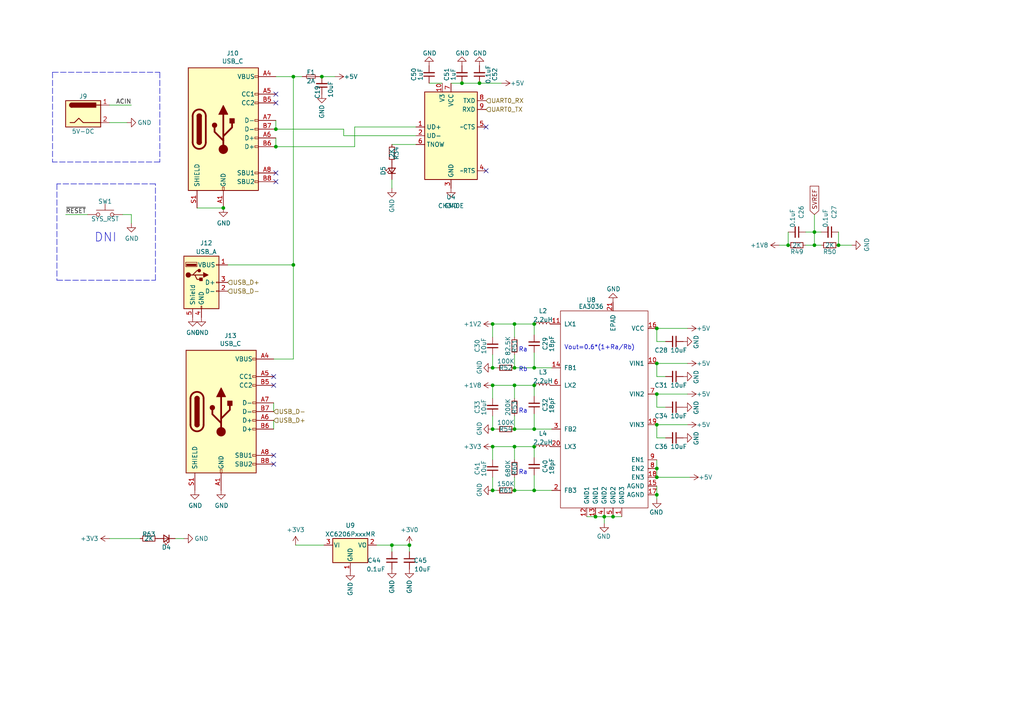
<source format=kicad_sch>
(kicad_sch (version 20210606) (generator eeschema)
  (paper "A4")
  (lib_symbols
    (symbol "Connector:Jack-DC" (pin_names (offset 1.016))
      (property "Reference" "J" (at 0 5.334 0))
      (property "Value" "Jack-DC" (at 0 -5.08 0))
      (symbol "Jack-DC_0_1"
        (arc (start -3.302 3.175) (end -3.302 1.905) (radius (at -3.302 2.54) (length 0.635) (angles 90.1 -90.1)) (stroke (width 0.254)))
        (arc (start -3.302 3.175) (end -3.302 1.905) (radius (at -3.302 2.54) (length 0.635) (angles 90.1 -90.1)) (stroke (width 0.254)) (fill (type outline)))
        (rectangle (start 3.683 3.175) (end -3.302 1.905) (stroke (width 0.254)) (fill (type outline)))
        (rectangle (start -5.08 3.81) (end 5.08 -3.81) (stroke (width 0.254)) (fill (type background)))
        (polyline (pts (xy 5.08 2.54) (xy 3.81 2.54)) (stroke (width 0.254)))
        (polyline (pts (xy -3.81 -2.54) (xy -2.54 -2.54) (xy -1.27 -1.27) (xy 0 -2.54) (xy 2.54 -2.54) (xy 5.08 -2.54)) (stroke (width 0.254)))
      )
      (symbol "Jack-DC_1_1"
        (pin passive line (at 7.62 2.54 180) (length 2.54) (name "~") (number "1"))
        (pin passive line (at 7.62 -2.54 180) (length 2.54) (name "~") (number "2"))
      )
    )
    (symbol "Connector:USB_A" (pin_names (offset 1.016))
      (property "Reference" "J" (at -5.08 11.43 0))
      (property "Value" "USB_A" (at -5.08 8.89 0))
      (symbol "USB_A_0_1"
        (circle (center -3.81 2.159) (radius 0.635) (stroke (width 0.254)) (fill (type outline)))
        (circle (center -0.635 3.429) (radius 0.381) (stroke (width 0.254)) (fill (type outline)))
        (rectangle (start -1.27 4.572) (end -4.572 5.842))
        (rectangle (start -0.127 -7.62) (end 0.127 -6.858))
        (rectangle (start 5.08 -2.667) (end 4.318 -2.413))
        (rectangle (start 5.08 -0.127) (end 4.318 0.127))
        (rectangle (start 5.08 4.953) (end 4.318 5.207))
        (rectangle (start -1.524 4.826) (end -4.318 5.334) (fill (type outline)))
        (rectangle (start 0.254 1.27) (end -0.508 0.508) (stroke (width 0.254)) (fill (type outline)))
        (rectangle (start -5.08 -7.62) (end 5.08 7.62) (stroke (width 0.254)) (fill (type background)))
        (polyline (pts (xy -3.175 2.159) (xy -2.54 2.159) (xy -1.27 3.429) (xy -0.635 3.429)) (stroke (width 0.254)))
        (polyline (pts (xy -2.54 2.159) (xy -1.905 2.159) (xy -1.27 0.889) (xy 0 0.889)) (stroke (width 0.254)))
        (polyline (pts (xy 0.635 2.794) (xy 0.635 1.524) (xy 1.905 2.159) (xy 0.635 2.794)) (stroke (width 0.254)) (fill (type outline)))
      )
      (symbol "USB_A_1_1"
        (polyline (pts (xy -1.905 2.159) (xy 0.635 2.159)) (stroke (width 0.254)))
        (pin power_in line (at 7.62 5.08 180) (length 2.54) (name "VBUS") (number "1"))
        (pin bidirectional line (at 7.62 -2.54 180) (length 2.54) (name "D-") (number "2"))
        (pin bidirectional line (at 7.62 0 180) (length 2.54) (name "D+") (number "3"))
        (pin power_in line (at 0 -10.16 90) (length 2.54) (name "GND") (number "4"))
        (pin passive line (at -2.54 -10.16 90) (length 2.54) (name "Shield") (number "5"))
      )
    )
    (symbol "Device:C_Small" (pin_numbers hide) (pin_names (offset 0.254) hide)
      (property "Reference" "C" (at 0.254 1.778 0))
      (property "Value" "C_Small" (at 0.254 -2.032 0))
      (symbol "C_Small_0_1"
        (polyline (pts (xy -1.524 -0.508) (xy 1.524 -0.508)) (stroke (width 0.3302)))
        (polyline (pts (xy -1.524 0.508) (xy 1.524 0.508)) (stroke (width 0.3048)))
      )
      (symbol "C_Small_1_1"
        (pin passive line (at 0 2.54 270) (length 2.032) (name "~") (number "1"))
        (pin passive line (at 0 -2.54 90) (length 2.032) (name "~") (number "2"))
      )
    )
    (symbol "Device:Fuse_Small" (pin_numbers hide) (pin_names (offset 0.254) hide)
      (property "Reference" "F" (at 0 -1.524 0))
      (property "Value" "Fuse_Small" (at 0 1.524 0))
      (symbol "Fuse_Small_0_1"
        (rectangle (start -1.27 0.508) (end 1.27 -0.508))
        (polyline (pts (xy -1.27 0) (xy 1.27 0)))
      )
      (symbol "Fuse_Small_1_1"
        (pin passive line (at -2.54 0 0) (length 1.27) (name "~") (number "1"))
        (pin passive line (at 2.54 0 180) (length 1.27) (name "~") (number "2"))
      )
    )
    (symbol "Device:LED_Small" (pin_numbers hide) (pin_names (offset 0.254) hide)
      (property "Reference" "D" (at -1.27 3.175 0))
      (property "Value" "LED_Small" (at -4.445 -2.54 0))
      (symbol "LED_Small_0_1"
        (polyline (pts (xy -0.762 -1.016) (xy -0.762 1.016)) (stroke (width 0.254)))
        (polyline (pts (xy 1.016 0) (xy -0.762 0)))
        (polyline (pts (xy 0.762 -1.016) (xy -0.762 0) (xy 0.762 1.016) (xy 0.762 -1.016)) (stroke (width 0.254)))
        (polyline (pts (xy 0 0.762) (xy -0.508 1.27) (xy -0.254 1.27) (xy -0.508 1.27) (xy -0.508 1.016)))
        (polyline (pts (xy 0.508 1.27) (xy 0 1.778) (xy 0.254 1.778) (xy 0 1.778) (xy 0 1.524)))
      )
      (symbol "LED_Small_1_1"
        (pin passive line (at -2.54 0 0) (length 1.778) (name "K") (number "1"))
        (pin passive line (at 2.54 0 180) (length 1.778) (name "A") (number "2"))
      )
    )
    (symbol "Device:L_Small" (pin_numbers hide) (pin_names (offset 0.254) hide)
      (property "Reference" "L" (at 0.762 1.016 0))
      (property "Value" "L_Small" (at 0.762 -1.016 0))
      (symbol "L_Small_0_1"
        (arc (start 0 -2.032) (end 0 -1.016) (radius (at 0 -1.524) (length 0.508) (angles -89.9 89.9)))
        (arc (start 0 -1.016) (end 0 0) (radius (at 0 -0.508) (length 0.508) (angles -89.9 89.9)))
        (arc (start 0 0) (end 0 1.016) (radius (at 0 0.508) (length 0.508) (angles -89.9 89.9)))
        (arc (start 0 1.016) (end 0 2.032) (radius (at 0 1.524) (length 0.508) (angles -89.9 89.9)))
      )
      (symbol "L_Small_1_1"
        (pin passive line (at 0 2.54 270) (length 0.508) (name "~") (number "1"))
        (pin passive line (at 0 -2.54 90) (length 0.508) (name "~") (number "2"))
      )
    )
    (symbol "Device:R_Small" (pin_numbers hide) (pin_names (offset 0.254) hide)
      (property "Reference" "R" (at 0.762 0.508 0))
      (property "Value" "R_Small" (at 0.762 -1.016 0))
      (symbol "R_Small_0_1"
        (rectangle (start -0.762 1.778) (end 0.762 -1.778) (stroke (width 0.2032)))
      )
      (symbol "R_Small_1_1"
        (pin passive line (at 0 2.54 270) (length 0.762) (name "~") (number "1"))
        (pin passive line (at 0 -2.54 90) (length 0.762) (name "~") (number "2"))
      )
    )
    (symbol "Interface_USB:CH340E"
      (property "Reference" "U" (at -5.08 13.97 0))
      (property "Value" "CH340E" (at 1.27 13.97 0))
      (symbol "CH340E_0_1"
        (rectangle (start -7.62 12.7) (end 7.62 -12.7) (stroke (width 0.254)) (fill (type background)))
      )
      (symbol "CH340E_1_1"
        (pin bidirectional line (at -10.16 2.54 0) (length 2.54) (name "UD+") (number "1"))
        (pin passive line (at -2.54 15.24 270) (length 2.54) (name "V3") (number "10"))
        (pin bidirectional line (at -10.16 0 0) (length 2.54) (name "UD-") (number "2"))
        (pin power_in line (at 0 -15.24 90) (length 2.54) (name "GND") (number "3"))
        (pin output line (at 10.16 -10.16 180) (length 2.54) (name "~RTS") (number "4"))
        (pin input line (at 10.16 2.54 180) (length 2.54) (name "~CTS") (number "5"))
        (pin output line (at -10.16 -2.54 0) (length 2.54) (name "TNOW") (number "6"))
        (pin power_in line (at 0 15.24 270) (length 2.54) (name "VCC") (number "7"))
        (pin output line (at 10.16 10.16 180) (length 2.54) (name "TXD") (number "8"))
        (pin input line (at 10.16 7.62 180) (length 2.54) (name "RXD") (number "9"))
      )
    )
    (symbol "Regulator_Linear:XC6206PxxxMR" (pin_names (offset 0.254))
      (property "Reference" "U" (at -3.81 3.175 0))
      (property "Value" "XC6206PxxxMR" (at 0 3.175 0))
      (symbol "XC6206PxxxMR_0_1"
        (rectangle (start -5.08 1.905) (end 5.08 -5.08) (stroke (width 0.254)) (fill (type background)))
      )
      (symbol "XC6206PxxxMR_1_1"
        (pin power_in line (at 0 -7.62 90) (length 2.54) (name "GND") (number "1"))
        (pin power_out line (at 7.62 0 180) (length 2.54) (name "VO") (number "2"))
        (pin power_in line (at -7.62 0 0) (length 2.54) (name "VI") (number "3"))
      )
    )
    (symbol "Switch:SW_Push" (pin_numbers hide) (pin_names (offset 1.016) hide)
      (property "Reference" "SW" (at 1.27 2.54 0))
      (property "Value" "SW_Push" (at 0 -1.524 0))
      (symbol "SW_Push_0_1"
        (circle (center -2.032 0) (radius 0.508))
        (circle (center 2.032 0) (radius 0.508))
        (polyline (pts (xy 0 1.27) (xy 0 3.048)))
        (polyline (pts (xy 2.54 1.27) (xy -2.54 1.27)))
        (pin passive line (at -5.08 0 0) (length 2.54) (name "1") (number "1"))
        (pin passive line (at 5.08 0 180) (length 2.54) (name "2") (number "2"))
      )
    )
    (symbol "allwinner-v3s:EA3036" (pin_names (offset 1.016))
      (property "Reference" "U" (at 15.24 -20.32 0))
      (property "Value" "EA3036" (at 0 11.43 0))
      (symbol "EA3036_0_1"
        (rectangle (start -12.7 38.1) (end 12.7 -19.05))
      )
      (symbol "EA3036_1_1"
        (pin input line (at 5.08 -21.59 90) (length 2.54) (name "GND3") (number "1"))
        (pin input line (at 15.24 22.86 180) (length 2.54) (name "VIN1") (number "10"))
        (pin input line (at -15.24 34.29 0) (length 2.54) (name "LX1") (number "11"))
        (pin input line (at -5.08 -21.59 90) (length 2.54) (name "GND1") (number "12"))
        (pin input line (at -2.54 -21.59 90) (length 2.54) (name "GND1") (number "13"))
        (pin input line (at -15.24 21.59 0) (length 2.54) (name "FB1") (number "14"))
        (pin input line (at 15.24 -12.7 180) (length 2.54) (name "AGND") (number "15"))
        (pin input line (at 15.24 33.02 180) (length 2.54) (name "VCC") (number "16"))
        (pin input line (at 15.24 -15.24 180) (length 2.54) (name "AGND") (number "17"))
        (pin input line (at 15.24 -10.16 180) (length 2.54) (name "EN3") (number "18"))
        (pin input line (at 15.24 5.08 180) (length 2.54) (name "VIN3") (number "19"))
        (pin input line (at -15.24 -13.97 0) (length 2.54) (name "FB3") (number "2"))
        (pin input line (at -15.24 -1.27 0) (length 2.54) (name "LX3") (number "20"))
        (pin input line (at 2.54 40.64 270) (length 2.54) (name "EPAD") (number "21"))
        (pin input line (at -15.24 3.81 0) (length 2.54) (name "FB2") (number "3"))
        (pin input line (at 0 -21.59 90) (length 2.54) (name "GND2") (number "4"))
        (pin input line (at 2.54 -21.59 90) (length 2.54) (name "GND2") (number "5"))
        (pin input line (at -15.24 16.51 0) (length 2.54) (name "LX2") (number "6"))
        (pin input line (at 15.24 13.97 180) (length 2.54) (name "VIN2") (number "7"))
        (pin input line (at 15.24 -7.62 180) (length 2.54) (name "EN2") (number "8"))
        (pin input line (at 15.24 -5.08 180) (length 2.54) (name "EN1") (number "9"))
      )
    )
    (symbol "power:+1V2" (power) (pin_names (offset 0))
      (property "Value" "+1V2" (at 0 3.556 0))
      (symbol "+1V2_0_1"
        (polyline (pts (xy -0.762 1.27) (xy 0 2.54)))
        (polyline (pts (xy 0 0) (xy 0 2.54)))
        (polyline (pts (xy 0 2.54) (xy 0.762 1.27)))
      )
      (symbol "+1V2_1_1"
        (pin power_in line (at 0 0 90) (length 0) hide (name "+1V2") (number "1"))
      )
    )
    (symbol "power:+1V8" (power) (pin_names (offset 0))
      (property "Value" "+1V8" (at 0 3.556 0))
      (symbol "+1V8_0_1"
        (polyline (pts (xy -0.762 1.27) (xy 0 2.54)))
        (polyline (pts (xy 0 0) (xy 0 2.54)))
        (polyline (pts (xy 0 2.54) (xy 0.762 1.27)))
      )
      (symbol "+1V8_1_1"
        (pin power_in line (at 0 0 90) (length 0) hide (name "+1V8") (number "1"))
      )
    )
    (symbol "power:+3V0" (power) (pin_names (offset 0))
      (property "Value" "+3V0" (at 0 3.556 0))
      (symbol "+3V0_0_1"
        (polyline (pts (xy -0.762 1.27) (xy 0 2.54)))
        (polyline (pts (xy 0 0) (xy 0 2.54)))
        (polyline (pts (xy 0 2.54) (xy 0.762 1.27)))
      )
      (symbol "+3V0_1_1"
        (pin power_in line (at 0 0 90) (length 0) hide (name "+3V0") (number "1"))
      )
    )
    (symbol "power:+3V3" (power) (pin_names (offset 0))
      (property "Value" "+3V3" (at 0 3.556 0))
      (symbol "+3V3_0_1"
        (polyline (pts (xy -0.762 1.27) (xy 0 2.54)))
        (polyline (pts (xy 0 0) (xy 0 2.54)))
        (polyline (pts (xy 0 2.54) (xy 0.762 1.27)))
      )
      (symbol "+3V3_1_1"
        (pin power_in line (at 0 0 90) (length 0) hide (name "+3V3") (number "1"))
      )
    )
    (symbol "power:+5V" (power) (pin_names (offset 0))
      (property "Value" "+5V" (at 0 3.556 0))
      (symbol "+5V_0_1"
        (polyline (pts (xy -0.762 1.27) (xy 0 2.54)))
        (polyline (pts (xy 0 0) (xy 0 2.54)))
        (polyline (pts (xy 0 2.54) (xy 0.762 1.27)))
      )
      (symbol "+5V_1_1"
        (pin power_in line (at 0 0 90) (length 0) hide (name "+5V") (number "1"))
      )
    )
    (symbol "power:GND" (power) (pin_names (offset 0))
      (property "Value" "GND" (at 0 -3.81 0))
      (symbol "GND_0_1"
        (polyline (pts (xy 0 0) (xy 0 -1.27) (xy 1.27 -1.27) (xy 0 -2.54) (xy -1.27 -1.27) (xy 0 -1.27)))
      )
      (symbol "GND_1_1"
        (pin power_in line (at 0 0 270) (length 0) hide (name "GND") (number "1"))
      )
    )
    (symbol "power:GNDA" (power) (pin_names (offset 0))
      (property "Value" "GNDA" (at 0 -3.81 0))
      (symbol "GNDA_0_1"
        (polyline (pts (xy 0 0) (xy 0 -1.27) (xy 1.27 -1.27) (xy 0 -2.54) (xy -1.27 -1.27) (xy 0 -1.27)))
      )
      (symbol "GNDA_1_1"
        (pin power_in line (at 0 0 270) (length 0) hide (name "GNDA") (number "1"))
      )
    )
    (symbol "weather_station-rescue:SW_Thumbwheel_3ch-My_Symbol" (pin_numbers hide) (pin_names (offset 1.016) hide)
      (property "Reference" "SW" (at -4.064 5.334 0))
    )
    (symbol "weather_station-rescue:USB_C_Receptacle_USB2.0-Connector" (pin_names (offset 1.016))
      (property "Reference" "J" (at -10.16 19.05 0))
      (property "Value" "USB_C_Receptacle_USB2.0-Connector" (at 19.05 19.05 0))
      (symbol "USB_C_Receptacle_USB2.0-Connector_0_0"
        (rectangle (start -0.254 -17.78) (end 0.254 -16.764))
        (rectangle (start 10.16 -14.986) (end 9.144 -15.494))
        (rectangle (start 10.16 -12.446) (end 9.144 -12.954))
        (rectangle (start 10.16 -4.826) (end 9.144 -5.334))
        (rectangle (start 10.16 -2.286) (end 9.144 -2.794))
        (rectangle (start 10.16 0.254) (end 9.144 -0.254))
        (rectangle (start 10.16 2.794) (end 9.144 2.286))
        (rectangle (start 10.16 7.874) (end 9.144 7.366))
        (rectangle (start 10.16 10.414) (end 9.144 9.906))
        (rectangle (start 10.16 15.494) (end 9.144 14.986))
      )
      (symbol "USB_C_Receptacle_USB2.0-Connector_0_1"
        (arc (start -8.89 -3.81) (end -5.08 -3.81) (radius (at -6.985 -3.81) (length 1.905) (angles -179.9 -0.1)) (stroke (width 0.508)))
        (arc (start -7.62 -3.81) (end -6.35 -3.81) (radius (at -6.985 -3.81) (length 0.635) (angles -179.9 -0.1)) (stroke (width 0.254)))
        (arc (start -6.35 3.81) (end -7.62 3.81) (radius (at -6.985 3.81) (length 0.635) (angles 0.1 179.9)) (stroke (width 0.254)))
        (arc (start -5.08 3.81) (end -8.89 3.81) (radius (at -6.985 3.81) (length 1.905) (angles 0.1 179.9)) (stroke (width 0.508)))
        (arc (start -7.62 -3.81) (end -6.35 -3.81) (radius (at -6.985 -3.81) (length 0.635) (angles -179.9 -0.1)) (stroke (width 0.254)) (fill (type outline)))
        (arc (start -6.35 3.81) (end -7.62 3.81) (radius (at -6.985 3.81) (length 0.635) (angles 0.1 179.9)) (stroke (width 0.254)) (fill (type outline)))
        (circle (center -2.54 1.143) (radius 0.635) (stroke (width 0.254)) (fill (type outline)))
        (circle (center 0 -5.842) (radius 1.27) (fill (type outline)))
        (rectangle (start -7.62 -3.81) (end -6.35 3.81) (stroke (width 0.254)) (fill (type outline)))
        (rectangle (start 1.905 1.778) (end 3.175 3.048) (stroke (width 0.254)) (fill (type outline)))
        (rectangle (start -10.16 17.78) (end 10.16 -17.78) (stroke (width 0.254)) (fill (type background)))
        (polyline (pts (xy -8.89 -3.81) (xy -8.89 3.81)) (stroke (width 0.508)))
        (polyline (pts (xy -5.08 3.81) (xy -5.08 -3.81)) (stroke (width 0.508)))
        (polyline (pts (xy 0 -5.842) (xy 0 4.318)) (stroke (width 0.508)))
        (polyline (pts (xy 0 -3.302) (xy -2.54 -0.762) (xy -2.54 0.508)) (stroke (width 0.508)))
        (polyline (pts (xy 0 -2.032) (xy 2.54 0.508) (xy 2.54 1.778)) (stroke (width 0.508)))
        (polyline (pts (xy -1.27 4.318) (xy 0 6.858) (xy 1.27 4.318) (xy -1.27 4.318)) (stroke (width 0.254)) (fill (type outline)))
      )
      (symbol "USB_C_Receptacle_USB2.0-Connector_1_1"
        (pin power_in line (at 0 -22.86 90) (length 5.08) (name "GND") (number "A1"))
        (pin passive line (at 0 -22.86 90) (length 5.08) hide (name "GND") (number "A12"))
        (pin power_in line (at 15.24 15.24 180) (length 5.08) (name "VBUS") (number "A4"))
        (pin bidirectional line (at 15.24 10.16 180) (length 5.08) (name "CC1") (number "A5"))
        (pin bidirectional line (at 15.24 -2.54 180) (length 5.08) (name "D+") (number "A6"))
        (pin bidirectional line (at 15.24 2.54 180) (length 5.08) (name "D-") (number "A7"))
        (pin bidirectional line (at 15.24 -12.7 180) (length 5.08) (name "SBU1") (number "A8"))
        (pin passive line (at 15.24 15.24 180) (length 5.08) hide (name "VBUS") (number "A9"))
        (pin passive line (at 0 -22.86 90) (length 5.08) hide (name "GND") (number "B1"))
        (pin passive line (at 0 -22.86 90) (length 5.08) hide (name "GND") (number "B12"))
        (pin passive line (at 15.24 15.24 180) (length 5.08) hide (name "VBUS") (number "B4"))
        (pin bidirectional line (at 15.24 7.62 180) (length 5.08) (name "CC2") (number "B5"))
        (pin bidirectional line (at 15.24 -5.08 180) (length 5.08) (name "D+") (number "B6"))
        (pin bidirectional line (at 15.24 0 180) (length 5.08) (name "D-") (number "B7"))
        (pin bidirectional line (at 15.24 -15.24 180) (length 5.08) (name "SBU2") (number "B8"))
        (pin passive line (at 15.24 15.24 180) (length 5.08) hide (name "VBUS") (number "B9"))
        (pin passive line (at -7.62 -22.86 90) (length 5.08) (name "SHIELD") (number "S1"))
      )
    )
  )
  (junction (at 64.77 60.325) (diameter 0.9144))
  (junction (at 80.01 37.465) (diameter 0.9144))
  (junction (at 80.01 42.545) (diameter 0.9144))
  (junction (at 85.09 22.225) (diameter 0.9144))
  (junction (at 85.09 76.835) (diameter 0.9144))
  (junction (at 93.345 22.225) (diameter 0.9144))
  (junction (at 113.665 158.115) (diameter 0.9144))
  (junction (at 118.745 158.115) (diameter 0.9144))
  (junction (at 133.985 24.13) (diameter 0.9144))
  (junction (at 139.065 24.13) (diameter 0.9144))
  (junction (at 142.875 93.98) (diameter 0.9144))
  (junction (at 142.875 106.68) (diameter 0.9144))
  (junction (at 142.875 111.76) (diameter 0.9144))
  (junction (at 142.875 124.46) (diameter 0.9144))
  (junction (at 142.875 129.54) (diameter 0.9144))
  (junction (at 142.875 142.24) (diameter 0.9144))
  (junction (at 149.225 93.98) (diameter 0.9144))
  (junction (at 149.225 106.68) (diameter 0.9144))
  (junction (at 149.225 111.76) (diameter 0.9144))
  (junction (at 149.225 124.46) (diameter 0.9144))
  (junction (at 149.225 129.54) (diameter 0.9144))
  (junction (at 149.225 142.24) (diameter 0.9144))
  (junction (at 154.94 93.98) (diameter 0.9144))
  (junction (at 154.94 106.68) (diameter 0.9144))
  (junction (at 154.94 111.76) (diameter 0.9144))
  (junction (at 154.94 124.46) (diameter 0.9144))
  (junction (at 154.94 129.54) (diameter 0.9144))
  (junction (at 154.94 142.24) (diameter 0.9144))
  (junction (at 172.72 149.86) (diameter 0.9144))
  (junction (at 175.26 149.86) (diameter 0.9144))
  (junction (at 177.8 149.86) (diameter 0.9144))
  (junction (at 190.5 95.25) (diameter 0.9144))
  (junction (at 190.5 105.41) (diameter 0.9144))
  (junction (at 190.5 114.3) (diameter 0.9144))
  (junction (at 190.5 123.19) (diameter 0.9144))
  (junction (at 190.5 135.89) (diameter 0.9144))
  (junction (at 190.5 138.43) (diameter 0.9144))
  (junction (at 190.5 143.51) (diameter 0.9144))
  (junction (at 228.6 71.12) (diameter 0.9144))
  (junction (at 236.22 67.31) (diameter 0.9144))
  (junction (at 236.22 71.12) (diameter 0.9144))
  (junction (at 243.205 71.12) (diameter 0.9144))
  (no_connect (at 79.375 109.22))
  (no_connect (at 79.375 111.76))
  (no_connect (at 79.375 132.08))
  (no_connect (at 79.375 134.62))
  (no_connect (at 80.01 27.305))
  (no_connect (at 80.01 29.845))
  (no_connect (at 80.01 50.165))
  (no_connect (at 80.01 52.705))
  (no_connect (at 140.97 36.83))
  (no_connect (at 140.97 49.53))
  (wire (pts (xy 19.05 62.23) (xy 25.4 62.23)))
  (wire (pts (xy 31.75 156.21) (xy 40.64 156.21)))
  (wire (pts (xy 35.56 62.23) (xy 38.1 62.23)))
  (wire (pts (xy 36.83 35.56) (xy 31.75 35.56)))
  (wire (pts (xy 38.1 30.48) (xy 31.75 30.48)))
  (wire (pts (xy 38.1 62.23) (xy 38.1 64.77)))
  (wire (pts (xy 50.8 156.21) (xy 53.34 156.21)))
  (wire (pts (xy 57.15 60.325) (xy 64.77 60.325)))
  (wire (pts (xy 66.04 76.835) (xy 85.09 76.835)))
  (wire (pts (xy 79.375 116.84) (xy 79.375 119.38)))
  (wire (pts (xy 79.375 121.92) (xy 79.375 124.46)))
  (wire (pts (xy 80.01 22.225) (xy 85.09 22.225)))
  (wire (pts (xy 80.01 34.925) (xy 80.01 37.465)))
  (wire (pts (xy 80.01 37.465) (xy 99.695 37.465)))
  (wire (pts (xy 80.01 40.005) (xy 80.01 42.545)))
  (wire (pts (xy 85.09 22.225) (xy 87.63 22.225)))
  (wire (pts (xy 85.09 76.835) (xy 85.09 22.225)))
  (wire (pts (xy 85.09 76.835) (xy 85.09 104.14)))
  (wire (pts (xy 85.09 104.14) (xy 79.375 104.14)))
  (wire (pts (xy 85.725 158.115) (xy 93.98 158.115)))
  (wire (pts (xy 92.71 22.225) (xy 93.345 22.225)))
  (wire (pts (xy 97.155 22.225) (xy 93.345 22.225)))
  (wire (pts (xy 99.695 37.465) (xy 99.695 39.37)))
  (wire (pts (xy 99.695 39.37) (xy 120.65 39.37)))
  (wire (pts (xy 102.87 36.83) (xy 102.87 42.545)))
  (wire (pts (xy 102.87 42.545) (xy 80.01 42.545)))
  (wire (pts (xy 109.22 158.115) (xy 113.665 158.115)))
  (wire (pts (xy 113.665 41.91) (xy 120.65 41.91)))
  (wire (pts (xy 113.665 52.07) (xy 113.665 54.61)))
  (wire (pts (xy 113.665 158.115) (xy 118.745 158.115)))
  (wire (pts (xy 113.665 160.02) (xy 113.665 158.115)))
  (wire (pts (xy 118.745 158.115) (xy 118.745 160.02)))
  (wire (pts (xy 120.65 36.83) (xy 102.87 36.83)))
  (wire (pts (xy 124.46 24.13) (xy 128.27 24.13)))
  (wire (pts (xy 133.985 24.13) (xy 130.81 24.13)))
  (wire (pts (xy 133.985 24.13) (xy 139.065 24.13)))
  (wire (pts (xy 142.875 93.98) (xy 142.875 97.79)))
  (wire (pts (xy 142.875 93.98) (xy 149.225 93.98)))
  (wire (pts (xy 142.875 106.68) (xy 142.875 102.87)))
  (wire (pts (xy 142.875 111.76) (xy 142.875 115.57)))
  (wire (pts (xy 142.875 111.76) (xy 149.225 111.76)))
  (wire (pts (xy 142.875 124.46) (xy 142.875 120.65)))
  (wire (pts (xy 142.875 129.54) (xy 142.875 133.35)))
  (wire (pts (xy 142.875 129.54) (xy 149.225 129.54)))
  (wire (pts (xy 142.875 142.24) (xy 142.875 138.43)))
  (wire (pts (xy 144.145 106.68) (xy 142.875 106.68)))
  (wire (pts (xy 144.145 124.46) (xy 142.875 124.46)))
  (wire (pts (xy 144.145 142.24) (xy 142.875 142.24)))
  (wire (pts (xy 145.415 24.13) (xy 139.065 24.13)))
  (wire (pts (xy 149.225 93.98) (xy 149.225 97.79)))
  (wire (pts (xy 149.225 93.98) (xy 154.94 93.98)))
  (wire (pts (xy 149.225 102.87) (xy 149.225 106.68)))
  (wire (pts (xy 149.225 106.68) (xy 154.94 106.68)))
  (wire (pts (xy 149.225 111.76) (xy 149.225 115.57)))
  (wire (pts (xy 149.225 111.76) (xy 154.94 111.76)))
  (wire (pts (xy 149.225 120.65) (xy 149.225 124.46)))
  (wire (pts (xy 149.225 124.46) (xy 154.94 124.46)))
  (wire (pts (xy 149.225 129.54) (xy 149.225 133.35)))
  (wire (pts (xy 149.225 129.54) (xy 154.94 129.54)))
  (wire (pts (xy 149.225 138.43) (xy 149.225 142.24)))
  (wire (pts (xy 149.225 142.24) (xy 154.94 142.24)))
  (wire (pts (xy 154.94 93.98) (xy 154.94 97.155)))
  (wire (pts (xy 154.94 106.68) (xy 154.94 102.235)))
  (wire (pts (xy 154.94 111.76) (xy 154.94 114.935)))
  (wire (pts (xy 154.94 124.46) (xy 154.94 120.015)))
  (wire (pts (xy 154.94 129.54) (xy 154.94 132.715)))
  (wire (pts (xy 154.94 142.24) (xy 154.94 137.795)))
  (wire (pts (xy 160.02 106.68) (xy 154.94 106.68)))
  (wire (pts (xy 160.02 124.46) (xy 154.94 124.46)))
  (wire (pts (xy 160.02 142.24) (xy 154.94 142.24)))
  (wire (pts (xy 170.18 149.86) (xy 172.72 149.86)))
  (wire (pts (xy 172.72 149.86) (xy 175.26 149.86)))
  (wire (pts (xy 175.26 149.86) (xy 177.8 149.86)))
  (wire (pts (xy 175.26 151.765) (xy 175.26 149.86)))
  (wire (pts (xy 177.8 149.86) (xy 180.34 149.86)))
  (wire (pts (xy 190.5 95.25) (xy 190.5 99.06)))
  (wire (pts (xy 190.5 95.25) (xy 199.39 95.25)))
  (wire (pts (xy 190.5 99.06) (xy 193.04 99.06)))
  (wire (pts (xy 190.5 105.41) (xy 190.5 109.22)))
  (wire (pts (xy 190.5 105.41) (xy 199.39 105.41)))
  (wire (pts (xy 190.5 109.22) (xy 193.04 109.22)))
  (wire (pts (xy 190.5 114.3) (xy 190.5 118.11)))
  (wire (pts (xy 190.5 114.3) (xy 199.39 114.3)))
  (wire (pts (xy 190.5 118.11) (xy 193.04 118.11)))
  (wire (pts (xy 190.5 123.19) (xy 190.5 127)))
  (wire (pts (xy 190.5 123.19) (xy 199.39 123.19)))
  (wire (pts (xy 190.5 127) (xy 193.04 127)))
  (wire (pts (xy 190.5 133.35) (xy 190.5 135.89)))
  (wire (pts (xy 190.5 135.89) (xy 190.5 138.43)))
  (wire (pts (xy 190.5 138.43) (xy 200.025 138.43)))
  (wire (pts (xy 190.5 140.97) (xy 190.5 143.51)))
  (wire (pts (xy 190.5 143.51) (xy 190.5 144.78)))
  (wire (pts (xy 226.06 71.12) (xy 228.6 71.12)))
  (wire (pts (xy 228.6 67.31) (xy 228.6 71.12)))
  (wire (pts (xy 233.68 67.31) (xy 236.22 67.31)))
  (wire (pts (xy 233.68 71.12) (xy 236.22 71.12)))
  (wire (pts (xy 236.22 62.23) (xy 236.22 67.31)))
  (wire (pts (xy 236.22 67.31) (xy 236.22 71.12)))
  (wire (pts (xy 236.22 67.31) (xy 238.125 67.31)))
  (wire (pts (xy 236.22 71.12) (xy 238.125 71.12)))
  (wire (pts (xy 243.205 67.31) (xy 243.205 71.12)))
  (wire (pts (xy 243.205 71.12) (xy 247.015 71.12)))
  (polyline (pts (xy 15.24 20.955) (xy 15.24 46.99)) (stroke (width 0) (type dash)))
  (polyline (pts (xy 15.24 20.955) (xy 46.355 20.955)) (stroke (width 0) (type dash)))
  (polyline (pts (xy 16.51 53.34) (xy 16.51 81.28)) (stroke (width 0) (type dash)))
  (polyline (pts (xy 16.51 81.28) (xy 45.085 81.28)) (stroke (width 0) (type dash)))
  (polyline (pts (xy 45.085 53.34) (xy 16.51 53.34)) (stroke (width 0) (type dash)))
  (polyline (pts (xy 45.085 81.28) (xy 45.085 53.34)) (stroke (width 0) (type dash)))
  (polyline (pts (xy 46.355 20.955) (xy 46.355 46.99)) (stroke (width 0) (type dash)))
  (polyline (pts (xy 46.355 46.99) (xy 15.24 46.99)) (stroke (width 0) (type dash)))
  (text "DNI\n" (at 27.305 70.485 0) (effects (font (size 2.54 2.54)) (justify left bottom)))
  (text "Ra" (at 153.035 102.235 180) (effects (font (size 1.27 1.27)) (justify right bottom)))
  (text "Rb" (at 153.035 107.95 180) (effects (font (size 1.27 1.27)) (justify right bottom)))
  (text "Ra" (at 153.035 120.015 180) (effects (font (size 1.27 1.27)) (justify right bottom)))
  (text "Ra" (at 153.035 137.795 180) (effects (font (size 1.27 1.27)) (justify right bottom)))
  (text "Vout=0.6*(1+Ra/Rb)" (at 184.15 101.6 180) (effects (font (size 1.27 1.27)) (justify right bottom)))
  (label "~{RESET}" (at 19.05 62.23 0))
  (label "ACIN" (at 38.1 30.48 180))
  (global_label "SVREF" (shape input) (at 236.22 62.23 90) (property "Intersheet References" "${INTERSHEET_REFS}" (effects hide)))
  (hierarchical_label "USB_D+" (shape input) (at 66.04 81.915 0))
  (hierarchical_label "USB_D-" (shape input) (at 66.04 84.455 0))
  (hierarchical_label "USB_D-" (shape input) (at 79.375 119.38 0))
  (hierarchical_label "USB_D+" (shape input) (at 79.375 121.92 0))
  (hierarchical_label "UART0_RX" (shape input) (at 140.97 29.21 0))
  (hierarchical_label "UART0_TX" (shape input) (at 140.97 31.75 0))
  (symbol (lib_id "power:+3V3") (at 31.75 156.21 90) (unit 1)
    (property "Reference" "#PWR0111" (effects hide))
    (property "Value" "+3V3" (at 28.575 156.2101 90) (effects (justify left)))
  )
  (symbol (lib_id "power:+3V3") (at 85.725 158.115 0) (unit 1)
    (property "Reference" "#PWR0120" (effects hide))
    (property "Value" "+3V3" (at 85.725 153.67 0))
  )
  (symbol (lib_id "power:+5V") (at 97.155 22.225 270) (unit 1)
    (property "Reference" "#PWR0124" (effects hide))
    (property "Value" "+5V" (at 99.695 22.2249 90) (effects (justify left)))
  )
  (symbol (lib_id "power:+3V0") (at 118.745 158.115 0) (unit 1)
    (property "Reference" "#PWR0113" (effects hide))
    (property "Value" "+3V0" (at 118.745 153.67 0))
  )
  (symbol (lib_id "power:+1V2") (at 142.875 93.98 90) (unit 1)
    (property "Reference" "#PWR086" (effects hide))
    (property "Value" "+1V2" (at 139.7 93.9799 90) (effects (justify left)))
  )
  (symbol (lib_id "power:+1V8") (at 142.875 111.76 90) (unit 1)
    (property "Reference" "#PWR092" (effects hide))
    (property "Value" "+1V8" (at 139.7 111.7599 90) (effects (justify left)))
  )
  (symbol (lib_id "power:+3V3") (at 142.875 129.54 90) (unit 1)
    (property "Reference" "#PWR098" (effects hide))
    (property "Value" "+3V3" (at 139.7 129.5401 90) (effects (justify left)))
  )
  (symbol (lib_id "power:+5V") (at 145.415 24.13 270) (unit 1)
    (property "Reference" "#PWR0134" (effects hide))
    (property "Value" "+5V" (at 147.955 24.1299 90) (effects (justify left)))
  )
  (symbol (lib_id "power:+5V") (at 199.39 95.25 270) (unit 1)
    (property "Reference" "#PWR087" (effects hide))
    (property "Value" "+5V" (at 201.93 95.2499 90) (effects (justify left)))
  )
  (symbol (lib_id "power:+5V") (at 199.39 105.41 270) (unit 1)
    (property "Reference" "#PWR089" (effects hide))
    (property "Value" "+5V" (at 201.93 105.4099 90) (effects (justify left)))
  )
  (symbol (lib_id "power:+5V") (at 199.39 114.3 270) (unit 1)
    (property "Reference" "#PWR093" (effects hide))
    (property "Value" "+5V" (at 201.93 114.2999 90) (effects (justify left)))
  )
  (symbol (lib_id "power:+5V") (at 199.39 123.19 270) (unit 1)
    (property "Reference" "#PWR095" (effects hide))
    (property "Value" "+5V" (at 201.93 123.1899 90) (effects (justify left)))
  )
  (symbol (lib_id "power:+5V") (at 200.025 138.43 270) (unit 1)
    (property "Reference" "#PWR0101" (effects hide))
    (property "Value" "+5V" (at 202.565 138.4299 90) (effects (justify left)))
  )
  (symbol (lib_id "power:+1V8") (at 226.06 71.12 90) (unit 1)
    (property "Reference" "#PWR0139" (effects hide))
    (property "Value" "+1V8" (at 222.885 71.1199 90) (effects (justify left)))
  )
  (symbol (lib_id "Device:L_Small") (at 157.48 93.98 90) (unit 1)
    (property "Reference" "L2" (at 157.48 90.17 90))
    (property "Value" "2.2uH" (at 157.48 92.71 90))
    (property "Footprint" "Inductor_SMD:L_Taiyo-Yuden_MD-5050" (effects hide))
    (property "Datasheet" "~{}" (effects hide))
  )
  (symbol (lib_id "Device:L_Small") (at 157.48 111.76 90) (unit 1)
    (property "Reference" "L3" (at 157.48 107.95 90))
    (property "Value" "2.2uH" (at 157.48 110.49 90))
    (property "Footprint" "Inductor_SMD:L_Taiyo-Yuden_MD-5050" (effects hide))
    (property "Datasheet" "~{}" (effects hide))
  )
  (symbol (lib_id "Device:L_Small") (at 157.48 129.54 90) (unit 1)
    (property "Reference" "L4" (at 157.48 125.73 90))
    (property "Value" "2.2uH" (at 157.48 128.27 90))
    (property "Footprint" "Inductor_SMD:L_Taiyo-Yuden_MD-5050" (effects hide))
    (property "Datasheet" "~{}" (effects hide))
  )
  (symbol (lib_id "Device:Fuse_Small") (at 90.17 22.225 0) (unit 1)
    (property "Reference" "F1" (at 90.17 20.955 0))
    (property "Value" "2A" (at 90.17 23.495 0))
    (property "Footprint" "Fuse:Fuse_0805_2012Metric_Pad1.15x1.40mm_HandSolder" (effects hide))
    (property "Datasheet" "~{}" (effects hide))
  )
  (symbol (lib_id "power:GND") (at 36.83 35.56 90) (unit 1)
    (property "Reference" "#PWR078" (effects hide))
    (property "Value" "GND" (at 41.91 35.56 90))
  )
  (symbol (lib_id "power:GND") (at 38.1 64.77 0) (unit 1)
    (property "Reference" "#PWR084" (effects hide))
    (property "Value" "GND" (at 38.227 69.1642 0))
  )
  (symbol (lib_id "power:GND") (at 53.34 156.21 90) (unit 1)
    (property "Reference" "#PWR0112" (effects hide))
    (property "Value" "GND" (at 58.42 156.21 90))
  )
  (symbol (lib_id "power:GND") (at 55.88 92.075 0) (unit 1)
    (property "Reference" "#PWR0131" (effects hide))
    (property "Value" "GND" (at 56.007 96.4692 0))
  )
  (symbol (lib_id "power:GND") (at 56.515 142.24 0) (unit 1)
    (property "Reference" "#PWR0135" (effects hide))
    (property "Value" "GND" (at 56.642 146.6342 0))
  )
  (symbol (lib_id "power:GND") (at 58.42 92.075 0) (unit 1)
    (property "Reference" "#PWR0132" (effects hide))
    (property "Value" "GND" (at 58.547 96.4692 0))
  )
  (symbol (lib_id "power:GND") (at 64.135 142.24 0) (unit 1)
    (property "Reference" "#PWR0136" (effects hide))
    (property "Value" "GND" (at 64.262 146.6342 0))
  )
  (symbol (lib_id "power:GND") (at 64.77 60.325 0) (unit 1)
    (property "Reference" "#PWR082" (effects hide))
    (property "Value" "GND" (at 64.897 64.7192 0))
  )
  (symbol (lib_id "power:GND") (at 93.345 27.305 0) (unit 1)
    (property "Reference" "#PWR077" (effects hide))
    (property "Value" "GND" (at 93.345 32.385 90))
  )
  (symbol (lib_id "power:GND") (at 101.6 165.735 0) (unit 1)
    (property "Reference" "#PWR0116" (effects hide))
    (property "Value" "GND" (at 101.6 170.815 90))
  )
  (symbol (lib_id "power:GND") (at 113.665 54.61 0) (unit 1)
    (property "Reference" "#PWR0126" (effects hide))
    (property "Value" "GND" (at 113.665 59.69 90))
  )
  (symbol (lib_id "power:GND") (at 113.665 165.1 0) (unit 1)
    (property "Reference" "#PWR0114" (effects hide))
    (property "Value" "GND" (at 113.665 170.18 90))
  )
  (symbol (lib_id "power:GND") (at 118.745 165.1 0) (unit 1)
    (property "Reference" "#PWR0115" (effects hide))
    (property "Value" "GND" (at 118.745 170.18 90))
  )
  (symbol (lib_id "power:GND") (at 124.46 19.05 180) (unit 1)
    (property "Reference" "#PWR0128" (effects hide))
    (property "Value" "GND" (at 122.555 15.4304 0) (effects (justify right)))
  )
  (symbol (lib_id "power:GND") (at 130.81 54.61 0) (unit 1)
    (property "Reference" "#PWR0125" (effects hide))
    (property "Value" "GND" (at 130.81 59.69 0))
  )
  (symbol (lib_id "power:GND") (at 133.985 19.05 180) (unit 1)
    (property "Reference" "#PWR0127" (effects hide))
    (property "Value" "GND" (at 132.08 15.4304 0) (effects (justify right)))
  )
  (symbol (lib_id "power:GND") (at 139.065 19.05 180) (unit 1)
    (property "Reference" "#PWR0129" (effects hide))
    (property "Value" "GND" (at 137.16 15.4304 0) (effects (justify right)))
  )
  (symbol (lib_id "power:GND") (at 142.875 106.68 270) (unit 1)
    (property "Reference" "#PWR090" (effects hide))
    (property "Value" "GND" (at 139.065 108.5851 0) (effects (justify right)))
  )
  (symbol (lib_id "power:GND") (at 142.875 124.46 270) (unit 1)
    (property "Reference" "#PWR096" (effects hide))
    (property "Value" "GND" (at 139.065 126.3651 0) (effects (justify right)))
  )
  (symbol (lib_id "power:GND") (at 142.875 142.24 270) (unit 1)
    (property "Reference" "#PWR0102" (effects hide))
    (property "Value" "GND" (at 139.065 144.1451 0) (effects (justify right)))
  )
  (symbol (lib_id "power:GND") (at 175.26 151.765 0) (unit 1)
    (property "Reference" "#PWR0110" (effects hide))
    (property "Value" "GND" (at 177.1651 155.575 0) (effects (justify right)))
  )
  (symbol (lib_id "power:GND") (at 177.8 87.63 180) (unit 1)
    (property "Reference" "#PWR085" (effects hide))
    (property "Value" "GND" (at 175.8949 83.82 0) (effects (justify right)))
  )
  (symbol (lib_id "power:GND") (at 190.5 144.78 0) (unit 1)
    (property "Reference" "#PWR0103" (effects hide))
    (property "Value" "GND" (at 192.4051 148.59 0) (effects (justify right)))
  )
  (symbol (lib_id "power:GND") (at 198.12 99.06 90) (unit 1)
    (property "Reference" "#PWR088" (effects hide))
    (property "Value" "GND" (at 201.93 97.1549 0) (effects (justify right)))
  )
  (symbol (lib_id "power:GND") (at 198.12 109.22 90) (unit 1)
    (property "Reference" "#PWR091" (effects hide))
    (property "Value" "GND" (at 201.93 107.3149 0) (effects (justify right)))
  )
  (symbol (lib_id "power:GND") (at 198.12 118.11 90) (unit 1)
    (property "Reference" "#PWR094" (effects hide))
    (property "Value" "GND" (at 201.93 116.2049 0) (effects (justify right)))
  )
  (symbol (lib_id "power:GND") (at 198.12 127 90) (unit 1)
    (property "Reference" "#PWR097" (effects hide))
    (property "Value" "GND" (at 201.93 125.0949 0) (effects (justify right)))
  )
  (symbol (lib_id "power:GND") (at 247.015 71.12 90) (unit 1)
    (property "Reference" "#PWR083" (effects hide))
    (property "Value" "GND" (at 251.4092 70.993 0))
  )
  (symbol (lib_id "Device:R_Small") (at 43.18 156.21 90) (unit 1)
    (property "Reference" "R63" (at 43.18 154.94 90))
    (property "Value" "2K" (at 43.18 156.21 90))
    (property "Footprint" "Resistor_SMD:R_0603_1608Metric" (effects hide))
    (property "Datasheet" "~{}" (effects hide))
  )
  (symbol (lib_id "Device:R_Small") (at 113.665 44.45 0) (unit 1)
    (property "Reference" "R34" (at 114.935 44.45 90))
    (property "Value" "2K" (at 113.665 44.45 90))
    (property "Footprint" "Resistor_SMD:R_0603_1608Metric" (effects hide))
    (property "Datasheet" "~{}" (effects hide))
  )
  (symbol (lib_id "Device:R_Small") (at 146.685 106.68 270) (unit 1)
    (property "Reference" "R52" (at 146.685 106.68 90))
    (property "Value" "100K" (at 146.685 104.775 90))
    (property "Footprint" "Resistor_SMD:R_0603_1608Metric" (effects hide))
    (property "Datasheet" "~{}" (effects hide))
  )
  (symbol (lib_id "Device:R_Small") (at 146.685 124.46 270) (unit 1)
    (property "Reference" "R54" (at 146.685 124.46 90))
    (property "Value" "100K" (at 146.685 122.555 90))
    (property "Footprint" "Resistor_SMD:R_0603_1608Metric" (effects hide))
    (property "Datasheet" "~{}" (effects hide))
  )
  (symbol (lib_id "Device:R_Small") (at 146.685 142.24 270) (unit 1)
    (property "Reference" "R61" (at 146.685 142.24 90))
    (property "Value" "150K" (at 146.685 140.335 90))
    (property "Footprint" "Resistor_SMD:R_0603_1608Metric" (effects hide))
    (property "Datasheet" "~{}" (effects hide))
  )
  (symbol (lib_id "Device:R_Small") (at 149.225 100.33 0) (unit 1)
    (property "Reference" "R51" (at 149.225 100.33 90))
    (property "Value" "82.5K" (at 147.32 100.33 90))
    (property "Footprint" "Resistor_SMD:R_0603_1608Metric" (effects hide))
    (property "Datasheet" "~{}" (effects hide))
  )
  (symbol (lib_id "Device:R_Small") (at 149.225 118.11 0) (unit 1)
    (property "Reference" "R53" (at 149.225 118.11 90))
    (property "Value" "200K" (at 147.32 118.11 90))
    (property "Footprint" "Resistor_SMD:R_0603_1608Metric" (effects hide))
    (property "Datasheet" "~{}" (effects hide))
  )
  (symbol (lib_id "Device:R_Small") (at 149.225 135.89 0) (unit 1)
    (property "Reference" "R60" (at 149.225 135.89 90))
    (property "Value" "680K" (at 147.32 135.89 90))
    (property "Footprint" "Resistor_SMD:R_0603_1608Metric" (effects hide))
    (property "Datasheet" "~{}" (effects hide))
  )
  (symbol (lib_id "Device:R_Small") (at 231.14 71.12 270) (unit 1)
    (property "Reference" "R49" (at 231.14 73.025 90))
    (property "Value" "2K" (at 231.14 71.12 90))
    (property "Footprint" "Resistor_SMD:R_0603_1608Metric" (effects hide))
    (property "Datasheet" "~{}" (effects hide))
  )
  (symbol (lib_id "Device:R_Small") (at 240.665 71.12 270) (unit 1)
    (property "Reference" "R50" (at 240.665 73.025 90))
    (property "Value" "2K" (at 240.665 71.12 90))
    (property "Footprint" "Resistor_SMD:R_0603_1608Metric" (effects hide))
    (property "Datasheet" "~{}" (effects hide))
  )
  (symbol (lib_id "Device:LED_Small") (at 48.26 156.21 180) (unit 1)
    (property "Reference" "D4" (at 48.26 158.75 0))
    (property "Value" "LED_Small" (effects hide))
    (property "Footprint" "LED_SMD:LED_0603_1608Metric" (effects hide))
    (property "Datasheet" "~{}" (effects hide))
  )
  (symbol (lib_id "Device:LED_Small") (at 113.665 49.53 90) (unit 1)
    (property "Reference" "D5" (at 111.125 49.53 0))
    (property "Value" "LED_Small" (effects hide))
    (property "Footprint" "LED_SMD:LED_0603_1608Metric" (effects hide))
    (property "Datasheet" "~{}" (effects hide))
  )
  (symbol (lib_id "Device:C_Small") (at 93.345 24.765 180) (unit 1)
    (property "Reference" "C19" (at 92.075 24.765 90) (effects (justify left)))
    (property "Value" "10uF" (at 95.885 23.495 90) (effects (justify left)))
    (property "Footprint" "Capacitor_SMD:C_0603_1608Metric" (effects hide))
    (property "Datasheet" "~{}" (effects hide))
  )
  (symbol (lib_id "Device:C_Small") (at 113.665 162.56 180) (unit 1)
    (property "Reference" "C44" (at 110.49 162.56 0) (effects (justify left)))
    (property "Value" "0.1uF" (at 111.76 165.1 0) (effects (justify left)))
    (property "Footprint" "Capacitor_SMD:C_0603_1608Metric" (effects hide))
    (property "Datasheet" "~{}" (effects hide))
  )
  (symbol (lib_id "Device:C_Small") (at 118.745 162.56 0) (unit 1)
    (property "Reference" "C45" (at 121.92 162.56 0))
    (property "Value" "10uF" (at 122.555 165.1 0))
    (property "Footprint" "Capacitor_SMD:C_0805_2012Metric" (effects hide))
    (property "Datasheet" "~{}" (effects hide))
  )
  (symbol (lib_id "Device:C_Small") (at 124.46 21.59 180) (unit 1)
    (property "Reference" "C50" (at 120.015 21.59 90))
    (property "Value" "1uF" (at 121.92 21.59 90))
    (property "Footprint" "Capacitor_SMD:C_0603_1608Metric" (effects hide))
    (property "Datasheet" "~{}" (effects hide))
  )
  (symbol (lib_id "Device:C_Small") (at 133.985 21.59 180) (unit 1)
    (property "Reference" "C51" (at 129.54 21.59 90))
    (property "Value" "1uF" (at 131.445 21.59 90))
    (property "Footprint" "Capacitor_SMD:C_0603_1608Metric" (effects hide))
    (property "Datasheet" "~{}" (effects hide))
  )
  (symbol (lib_id "Device:C_Small") (at 139.065 21.59 0) (mirror x) (unit 1)
    (property "Reference" "C52" (at 143.51 21.59 90))
    (property "Value" "0.1uF" (at 141.605 21.59 90))
    (property "Footprint" "Capacitor_SMD:C_0603_1608Metric" (effects hide))
    (property "Datasheet" "~{}" (effects hide))
  )
  (symbol (lib_id "Device:C_Small") (at 142.875 100.33 180) (unit 1)
    (property "Reference" "C30" (at 138.43 100.33 90))
    (property "Value" "10uF" (at 140.335 100.33 90))
    (property "Footprint" "Capacitor_SMD:C_0805_2012Metric" (effects hide))
    (property "Datasheet" "~{}" (effects hide))
  )
  (symbol (lib_id "Device:C_Small") (at 142.875 118.11 180) (unit 1)
    (property "Reference" "C33" (at 138.43 118.11 90))
    (property "Value" "10uF" (at 140.335 118.11 90))
    (property "Footprint" "Capacitor_SMD:C_0805_2012Metric" (effects hide))
    (property "Datasheet" "~{}" (effects hide))
  )
  (symbol (lib_id "Device:C_Small") (at 142.875 135.89 180) (unit 1)
    (property "Reference" "C41" (at 138.43 135.89 90))
    (property "Value" "10uF" (at 140.335 135.89 90))
    (property "Footprint" "Capacitor_SMD:C_0805_2012Metric" (effects hide))
    (property "Datasheet" "~{}" (effects hide))
  )
  (symbol (lib_id "Device:C_Small") (at 154.94 99.695 180) (unit 1)
    (property "Reference" "C29" (at 158.115 99.695 90))
    (property "Value" "18pF" (at 160.02 99.695 90))
    (property "Footprint" "Capacitor_SMD:C_0603_1608Metric" (effects hide))
    (property "Datasheet" "~{}" (effects hide))
  )
  (symbol (lib_id "Device:C_Small") (at 154.94 117.475 180) (unit 1)
    (property "Reference" "C32" (at 158.115 117.475 90))
    (property "Value" "18pF" (at 160.02 117.475 90))
    (property "Footprint" "Capacitor_SMD:C_0603_1608Metric" (effects hide))
    (property "Datasheet" "~{}" (effects hide))
  )
  (symbol (lib_id "Device:C_Small") (at 154.94 135.255 180) (unit 1)
    (property "Reference" "C40" (at 158.115 135.255 90))
    (property "Value" "18pF" (at 160.02 135.255 90))
    (property "Footprint" "Capacitor_SMD:C_0603_1608Metric" (effects hide))
    (property "Datasheet" "~{}" (effects hide))
  )
  (symbol (lib_id "Device:C_Small") (at 195.58 99.06 270) (unit 1)
    (property "Reference" "C28" (at 191.77 101.6 90))
    (property "Value" "10uF" (at 196.85 101.6 90))
    (property "Footprint" "Capacitor_SMD:C_0805_2012Metric" (effects hide))
    (property "Datasheet" "~{}" (effects hide))
  )
  (symbol (lib_id "Device:C_Small") (at 195.58 109.22 270) (unit 1)
    (property "Reference" "C31" (at 191.77 111.76 90))
    (property "Value" "10uF" (at 196.85 111.76 90))
    (property "Footprint" "Capacitor_SMD:C_0805_2012Metric" (effects hide))
    (property "Datasheet" "~{}" (effects hide))
  )
  (symbol (lib_id "Device:C_Small") (at 195.58 118.11 270) (unit 1)
    (property "Reference" "C34" (at 191.77 120.65 90))
    (property "Value" "10uF" (at 196.85 120.65 90))
    (property "Footprint" "Capacitor_SMD:C_0805_2012Metric" (effects hide))
    (property "Datasheet" "~{}" (effects hide))
  )
  (symbol (lib_id "Device:C_Small") (at 195.58 127 270) (unit 1)
    (property "Reference" "C36" (at 191.77 129.54 90))
    (property "Value" "10uF" (at 196.85 129.54 90))
    (property "Footprint" "Capacitor_SMD:C_0805_2012Metric" (effects hide))
    (property "Datasheet" "~{}" (effects hide))
  )
  (symbol (lib_id "Device:C_Small") (at 231.14 67.31 270) (mirror x) (unit 1)
    (property "Reference" "C26" (at 232.41 63.5 0) (effects (justify left)))
    (property "Value" "0.1uF" (at 229.87 66.04 0) (effects (justify left)))
    (property "Footprint" "Capacitor_SMD:C_0603_1608Metric" (effects hide))
    (property "Datasheet" "~{}" (effects hide))
  )
  (symbol (lib_id "Device:C_Small") (at 240.665 67.31 270) (mirror x) (unit 1)
    (property "Reference" "C27" (at 241.935 63.5 0) (effects (justify left)))
    (property "Value" "0.1uF" (at 239.395 66.04 0) (effects (justify left)))
    (property "Footprint" "Capacitor_SMD:C_0603_1608Metric" (effects hide))
    (property "Datasheet" "~{}" (effects hide))
  )
  (symbol (lib_id "Switch:SW_Push") (at 30.48 62.23 0) (unit 1) (in_bom no) (on_board no)
    (property "Reference" "SW1" (at 30.48 58.42 0))
    (property "Value" "SYS_RST" (at 30.48 63.5 0))
    (property "Footprint" "Button_Switch_SMD:SW_SPST_CK_RS282G05A3" (effects hide))
    (property "Datasheet" "~{}" (effects hide))
  )
  (symbol (lib_id "Connector:Jack-DC") (at 24.13 33.02 0) (unit 1) (in_bom no) (on_board no)
    (property "Reference" "J9" (at 24.13 27.94 0))
    (property "Value" "5V-DC" (at 24.13 38.1 0))
    (property "Footprint" "Connector_BarrelJack:BarrelJack_Horizontal" (effects hide))
    (property "Datasheet" "~{}" (effects hide))
  )
  (symbol (lib_id "Regulator_Linear:XC6206PxxxMR") (at 101.6 158.115 0) (unit 1)
    (property "Reference" "U9" (at 101.6 152.4 0))
    (property "Value" "XC6206PxxxMR" (at 101.6 154.94 0))
    (property "Footprint" "Package_TO_SOT_SMD:SOT-23" (effects hide))
    (property "Datasheet" "https://www.torexsemi.com/file/xc6206/XC6206.pdf" (effects hide))
  )
  (symbol (lib_id "Connector:USB_A") (at 58.42 81.915 0) (unit 1)
    (property "Reference" "J12" (at 59.817 70.485 0))
    (property "Value" "USB_A" (at 59.817 73.025 0))
    (property "Footprint" "Connector_USB:USB_A_Molex_67643_Horizontal" (effects hide))
    (property "Datasheet" " ~{}" (effects hide))
  )
  (symbol (lib_id "Interface_USB:CH340E") (at 130.81 39.37 0) (unit 1)
    (property "Reference" "U4" (at 130.81 57.15 0))
    (property "Value" "CH340E" (at 130.81 59.69 0))
    (property "Footprint" "Package_SO:MSOP-10_3x3mm_P0.5mm" (effects hide))
    (property "Datasheet" "https://www.mpja.com/download/35227cpdata.pdf" (effects hide))
  )
  (symbol (lib_id "weather_station-rescue:USB_C_Receptacle_USB2.0-Connector") (at 64.135 119.38 0) (unit 1)
    (property "Reference" "J13" (at 66.8528 97.3582 0))
    (property "Value" "USB_C" (at 66.8528 99.6696 0))
    (property "Footprint" "Connector_USB:USB_C_Receptacle_XKB_U262-16XN-4BVC11" (effects hide))
    (property "Datasheet" "https://www.usb.org/sites/default/files/documents/usb_type-c.zip" (effects hide))
  )
  (symbol (lib_id "weather_station-rescue:USB_C_Receptacle_USB2.0-Connector") (at 64.77 37.465 0) (unit 1)
    (property "Reference" "J10" (at 67.4878 15.4432 0))
    (property "Value" "USB_C" (at 67.4878 17.7546 0))
    (property "Footprint" "Connector_USB:USB_C_Receptacle_XKB_U262-16XN-4BVC11" (effects hide))
    (property "Datasheet" "https://www.usb.org/sites/default/files/documents/usb_type-c.zip" (effects hide))
  )
  (symbol (lib_id "allwinner-v3s:EA3036") (at 175.26 128.27 0) (unit 1)
    (property "Reference" "U8" (at 171.45 86.995 0))
    (property "Value" "EA3036" (at 171.45 88.9 0))
    (property "Footprint" "Package_DFN_QFN:QFN-20-1EP_3x3mm_P0.45mm_EP1.6x1.6mm" (effects hide))
  )
)
</source>
